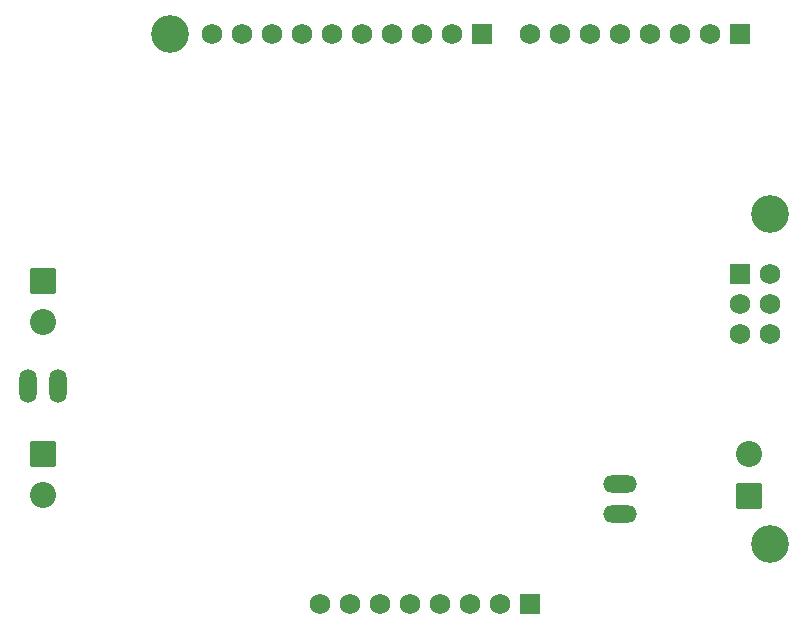
<source format=gbr>
%TF.GenerationSoftware,KiCad,Pcbnew,7.0.7*%
%TF.CreationDate,2023-09-23T12:37:51-04:00*%
%TF.ProjectId,gateway_r0,67617465-7761-4795-9f72-302e6b696361,rev?*%
%TF.SameCoordinates,Original*%
%TF.FileFunction,Soldermask,Bot*%
%TF.FilePolarity,Negative*%
%FSLAX46Y46*%
G04 Gerber Fmt 4.6, Leading zero omitted, Abs format (unit mm)*
G04 Created by KiCad (PCBNEW 7.0.7) date 2023-09-23 12:37:51*
%MOMM*%
%LPD*%
G01*
G04 APERTURE LIST*
G04 Aperture macros list*
%AMRoundRect*
0 Rectangle with rounded corners*
0 $1 Rounding radius*
0 $2 $3 $4 $5 $6 $7 $8 $9 X,Y pos of 4 corners*
0 Add a 4 corners polygon primitive as box body*
4,1,4,$2,$3,$4,$5,$6,$7,$8,$9,$2,$3,0*
0 Add four circle primitives for the rounded corners*
1,1,$1+$1,$2,$3*
1,1,$1+$1,$4,$5*
1,1,$1+$1,$6,$7*
1,1,$1+$1,$8,$9*
0 Add four rect primitives between the rounded corners*
20,1,$1+$1,$2,$3,$4,$5,0*
20,1,$1+$1,$4,$5,$6,$7,0*
20,1,$1+$1,$6,$7,$8,$9,0*
20,1,$1+$1,$8,$9,$2,$3,0*%
G04 Aperture macros list end*
%ADD10O,2.844800X1.473200*%
%ADD11C,3.200400*%
%ADD12RoundRect,0.050800X-0.825500X-0.825500X0.825500X-0.825500X0.825500X0.825500X-0.825500X0.825500X0*%
%ADD13C,1.752600*%
%ADD14RoundRect,0.050800X-1.050000X1.050000X-1.050000X-1.050000X1.050000X-1.050000X1.050000X1.050000X0*%
%ADD15C,2.201600*%
%ADD16O,1.473200X2.844800*%
%ADD17RoundRect,0.050800X1.050000X-1.050000X1.050000X1.050000X-1.050000X1.050000X-1.050000X-1.050000X0*%
G04 APERTURE END LIST*
D10*
%TO.C,JP7*%
X167620750Y-121443950D03*
X167620750Y-118903950D03*
%TD*%
D11*
%TO.C,JP3*%
X180320750Y-96043950D03*
X180320750Y-123983950D03*
D12*
X177780750Y-101123950D03*
D13*
X177780750Y-103663950D03*
X177780750Y-106203950D03*
X180320750Y-106203950D03*
X180320750Y-103663950D03*
X180320750Y-101123950D03*
%TD*%
D12*
%TO.C,JP2*%
X177780750Y-80803950D03*
D13*
X175240750Y-80803950D03*
X172700750Y-80803950D03*
X170160750Y-80803950D03*
X167620750Y-80803950D03*
X165080750Y-80803950D03*
X162540750Y-80803950D03*
X160000750Y-80803950D03*
%TD*%
%TO.C,JP5*%
X142220750Y-129063950D03*
X144760750Y-129063950D03*
X147300750Y-129063950D03*
X149840750Y-129063950D03*
X152380750Y-129063950D03*
X154920750Y-129063950D03*
X157460750Y-129063950D03*
D12*
X160000750Y-129063950D03*
%TD*%
D14*
%TO.C,CON2*%
X118725750Y-116363950D03*
D15*
X118725750Y-119863950D03*
%TD*%
D16*
%TO.C,JP6*%
X117455750Y-110648950D03*
X119995750Y-110648950D03*
%TD*%
D17*
%TO.C,CON3*%
X178542750Y-119919950D03*
D15*
X178542750Y-116419950D03*
%TD*%
D14*
%TO.C,CON1*%
X118725750Y-101758950D03*
D15*
X118725750Y-105258950D03*
%TD*%
D11*
%TO.C,JP1*%
X129520750Y-80803950D03*
D12*
X155936750Y-80803950D03*
D13*
X153396750Y-80803950D03*
X150856750Y-80803950D03*
X148316750Y-80803950D03*
X145776750Y-80803950D03*
X143236750Y-80803950D03*
X140696750Y-80803950D03*
X138156750Y-80803950D03*
X135616750Y-80803950D03*
X133076750Y-80803950D03*
%TD*%
M02*

</source>
